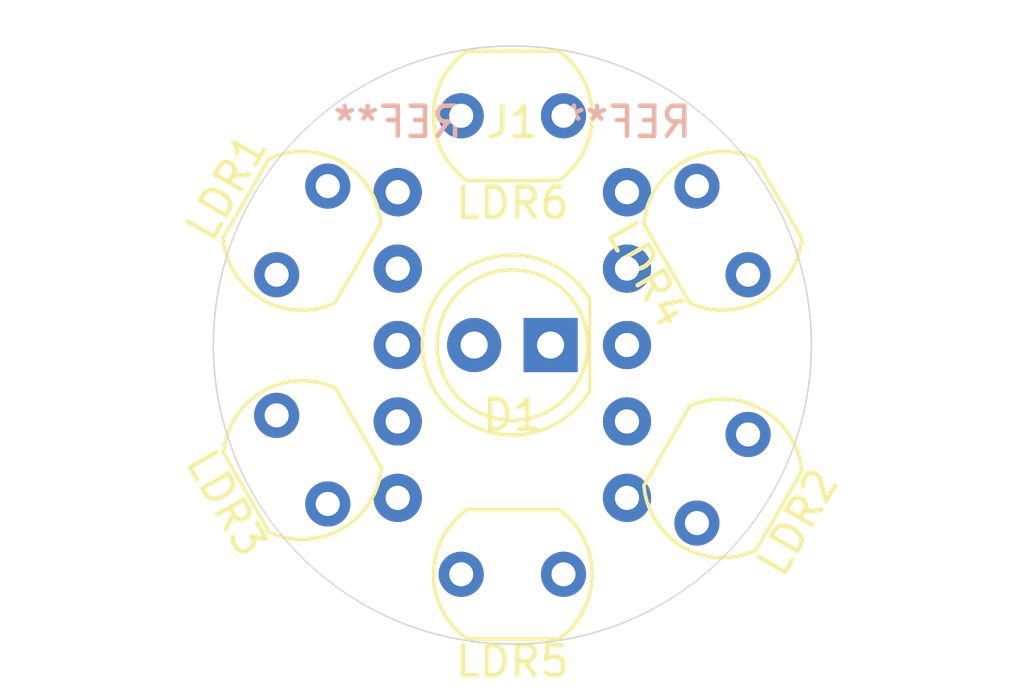
<source format=kicad_pcb>
(kicad_pcb (version 20171130) (host pcbnew "(5.1.4)-1")

  (general
    (thickness 1.6)
    (drawings 1)
    (tracks 0)
    (zones 0)
    (modules 10)
    (nets 10)
  )

  (page A4)
  (layers
    (0 F.Cu signal)
    (31 B.Cu signal)
    (32 B.Adhes user)
    (33 F.Adhes user)
    (34 B.Paste user)
    (35 F.Paste user)
    (36 B.SilkS user)
    (37 F.SilkS user)
    (38 B.Mask user)
    (39 F.Mask user)
    (40 Dwgs.User user)
    (41 Cmts.User user)
    (42 Eco1.User user)
    (43 Eco2.User user)
    (44 Edge.Cuts user)
    (45 Margin user)
    (46 B.CrtYd user)
    (47 F.CrtYd user)
    (48 B.Fab user)
    (49 F.Fab user)
  )

  (setup
    (last_trace_width 0.25)
    (trace_clearance 0.2)
    (zone_clearance 0.508)
    (zone_45_only no)
    (trace_min 0.2)
    (via_size 0.8)
    (via_drill 0.4)
    (via_min_size 0.4)
    (via_min_drill 0.3)
    (uvia_size 0.3)
    (uvia_drill 0.1)
    (uvias_allowed no)
    (uvia_min_size 0.2)
    (uvia_min_drill 0.1)
    (edge_width 0.05)
    (segment_width 0.2)
    (pcb_text_width 0.3)
    (pcb_text_size 1.5 1.5)
    (mod_edge_width 0.12)
    (mod_text_size 1 1)
    (mod_text_width 0.15)
    (pad_size 1.524 1.524)
    (pad_drill 0.762)
    (pad_to_mask_clearance 0.051)
    (solder_mask_min_width 0.25)
    (aux_axis_origin 0 0)
    (visible_elements 7FFFFFFF)
    (pcbplotparams
      (layerselection 0x010fc_ffffffff)
      (usegerberextensions false)
      (usegerberattributes false)
      (usegerberadvancedattributes false)
      (creategerberjobfile false)
      (excludeedgelayer true)
      (linewidth 0.100000)
      (plotframeref false)
      (viasonmask false)
      (mode 1)
      (useauxorigin false)
      (hpglpennumber 1)
      (hpglpenspeed 20)
      (hpglpendiameter 15.000000)
      (psnegative false)
      (psa4output false)
      (plotreference true)
      (plotvalue true)
      (plotinvisibletext false)
      (padsonsilk false)
      (subtractmaskfromsilk false)
      (outputformat 1)
      (mirror false)
      (drillshape 1)
      (scaleselection 1)
      (outputdirectory ""))
  )

  (net 0 "")
  (net 1 PM_1)
  (net 2 PM_5)
  (net 3 PM_2)
  (net 4 PM_6)
  (net 5 PM_3)
  (net 6 PM_7)
  (net 7 PM_4_9)
  (net 8 PM_8)
  (net 9 PM_10)

  (net_class Default "This is the default net class."
    (clearance 0.2)
    (trace_width 0.25)
    (via_dia 0.8)
    (via_drill 0.4)
    (uvia_dia 0.3)
    (uvia_drill 0.1)
    (add_net PM_1)
    (add_net PM_10)
    (add_net PM_2)
    (add_net PM_3)
    (add_net PM_4_9)
    (add_net PM_5)
    (add_net PM_6)
    (add_net PM_7)
    (add_net PM_8)
  )

  (module Connectors_Pin_Headers_2.54_THT:PinHeader_1x05_P2.54mm_Vertical (layer B.Cu) (tedit 5D8F5108) (tstamp 5D8CA9FC)
    (at 166.37 88.9 180)
    (descr "Through hole straight pin header, 1x05, 2.54mm pitch, single row")
    (tags "Through hole pin header THT 1x05 2.54mm single row")
    (fp_text reference REF** (at 0 2.33 180) (layer B.SilkS)
      (effects (font (size 1 1) (thickness 0.15)) (justify mirror))
    )
    (fp_text value PinHeader_1x05_P2.54mm_Vertical (at 0 -12.49 180) (layer B.Fab)
      (effects (font (size 1 1) (thickness 0.15)) (justify mirror))
    )
    (fp_text user %R (at 0 -5.08 90) (layer B.Fab)
      (effects (font (size 1 1) (thickness 0.15)) (justify mirror))
    )
    (fp_line (start 1.8 1.8) (end -1.8 1.8) (layer B.CrtYd) (width 0.05))
    (fp_line (start 1.8 -11.95) (end 1.8 1.8) (layer B.CrtYd) (width 0.05))
    (fp_line (start -1.8 -11.95) (end 1.8 -11.95) (layer B.CrtYd) (width 0.05))
    (fp_line (start -1.8 1.8) (end -1.8 -11.95) (layer B.CrtYd) (width 0.05))
    (fp_line (start -1.27 0.635) (end -0.635 1.27) (layer B.Fab) (width 0.1))
    (fp_line (start -1.27 -11.43) (end -1.27 0.635) (layer B.Fab) (width 0.1))
    (fp_line (start 1.27 -11.43) (end -1.27 -11.43) (layer B.Fab) (width 0.1))
    (fp_line (start 1.27 1.27) (end 1.27 -11.43) (layer B.Fab) (width 0.1))
    (fp_line (start -0.635 1.27) (end 1.27 1.27) (layer B.Fab) (width 0.1))
    (pad 5 thru_hole circle (at 0 -10.16 180) (size 1.6 1.6) (drill 0.8) (layers *.Cu *.Mask))
    (pad 4 thru_hole circle (at 0 -7.62 180) (size 1.6 1.6) (drill 0.8) (layers *.Cu *.Mask))
    (pad 3 thru_hole circle (at 0 -5.08 180) (size 1.6 1.6) (drill 0.8) (layers *.Cu *.Mask))
    (pad 2 thru_hole circle (at 0 -2.54 180) (size 1.6 1.6) (drill 0.8) (layers *.Cu *.Mask))
    (pad 1 thru_hole circle (at 0 0 180) (size 1.6 1.6) (drill 0.8) (layers *.Cu *.Mask))
    (model ${LIB_MODULES}/Connectors_Pin_Headers_2.54_THT.pretty/PinHeader_1x05_P2.54mm_Vertical.step
      (at (xyz 0 0 0))
      (scale (xyz 1 1 1))
      (rotate (xyz 0 0 0))
    )
  )

  (module Connectors_Pin_Headers_2.54_THT:PinHeader_1x05_P2.54mm_Vertical (layer B.Cu) (tedit 5D8F50DE) (tstamp 5D8CA8FC)
    (at 158.75 88.9 180)
    (descr "Through hole straight pin header, 1x05, 2.54mm pitch, single row")
    (tags "Through hole pin header THT 1x05 2.54mm single row")
    (fp_text reference REF** (at 0 2.33 180) (layer B.SilkS)
      (effects (font (size 1 1) (thickness 0.15)) (justify mirror))
    )
    (fp_text value PinHeader_1x05_P2.54mm_Vertical (at 0 -12.49 180) (layer B.Fab)
      (effects (font (size 1 1) (thickness 0.15)) (justify mirror))
    )
    (fp_line (start -0.635 1.27) (end 1.27 1.27) (layer B.Fab) (width 0.1))
    (fp_line (start 1.27 1.27) (end 1.27 -11.43) (layer B.Fab) (width 0.1))
    (fp_line (start 1.27 -11.43) (end -1.27 -11.43) (layer B.Fab) (width 0.1))
    (fp_line (start -1.27 -11.43) (end -1.27 0.635) (layer B.Fab) (width 0.1))
    (fp_line (start -1.27 0.635) (end -0.635 1.27) (layer B.Fab) (width 0.1))
    (fp_line (start -1.8 1.8) (end -1.8 -11.95) (layer B.CrtYd) (width 0.05))
    (fp_line (start -1.8 -11.95) (end 1.8 -11.95) (layer B.CrtYd) (width 0.05))
    (fp_line (start 1.8 -11.95) (end 1.8 1.8) (layer B.CrtYd) (width 0.05))
    (fp_line (start 1.8 1.8) (end -1.8 1.8) (layer B.CrtYd) (width 0.05))
    (fp_text user %R (at 0 -5.08 90) (layer B.Fab)
      (effects (font (size 1 1) (thickness 0.15)) (justify mirror))
    )
    (pad 1 thru_hole circle (at 0 0 180) (size 1.6 1.6) (drill 0.8) (layers *.Cu *.Mask))
    (pad 2 thru_hole circle (at 0 -2.54 180) (size 1.6 1.6) (drill 0.8) (layers *.Cu *.Mask))
    (pad 3 thru_hole circle (at 0 -5.08 180) (size 1.6 1.6) (drill 0.8) (layers *.Cu *.Mask))
    (pad 4 thru_hole circle (at 0 -7.62 180) (size 1.6 1.6) (drill 0.8) (layers *.Cu *.Mask))
    (pad 5 thru_hole circle (at 0 -10.16 180) (size 1.6 1.6) (drill 0.8) (layers *.Cu *.Mask))
    (model ${LIB_MODULES}/Connectors_Pin_Headers_2.54_THT.pretty/PinHeader_1x05_P2.54mm_Vertical.step
      (at (xyz 0 0 0))
      (scale (xyz 1 1 1))
      (rotate (xyz 0 0 0))
    )
  )

  (module Various:Photomodule (layer F.Cu) (tedit 5D8F50AE) (tstamp 5D8BFD01)
    (at 162.56 92.71)
    (path /5D8BEF8D)
    (fp_text reference J1 (at 0 -6.14) (layer F.SilkS)
      (effects (font (size 1 1) (thickness 0.15)))
    )
    (fp_text value DIP_10 (at 0 6.14) (layer F.Fab)
      (effects (font (size 1 1) (thickness 0.15)))
    )
    (fp_text user %R (at 0 0) (layer F.Fab)
      (effects (font (size 1 1) (thickness 0.15)))
    )
    (fp_line (start 5.29 -5.36) (end -5.26 -5.36) (layer F.CrtYd) (width 0.05))
    (fp_line (start 5.29 8) (end 5.29 -5.36) (layer F.CrtYd) (width 0.05))
    (fp_line (start -5.26 8) (end 5.29 8) (layer F.CrtYd) (width 0.05))
    (fp_line (start -5.26 -5.36) (end -5.26 8) (layer F.CrtYd) (width 0.05))
    (fp_line (start -3.175 -4.08) (end -2.175 -5.08) (layer F.Fab) (width 0.1))
    (fp_line (start -3.175 5.08) (end -3.175 -4.08) (layer F.Fab) (width 0.1))
    (fp_line (start 3.175 5.08) (end -3.175 5.08) (layer F.Fab) (width 0.1))
    (fp_line (start 3.175 -5.08) (end 3.175 5.08) (layer F.Fab) (width 0.1))
    (fp_line (start -2.175 -5.08) (end 3.175 -5.08) (layer F.Fab) (width 0.1))
    (pad 6 thru_hole circle (at 3.81 6.35) (size 1.6 1.6) (drill 0.8) (layers *.Cu *.Mask)
      (net 4 PM_6))
    (pad 5 thru_hole circle (at -3.81 6.35) (size 1.6 1.6) (drill 0.8) (layers *.Cu *.Mask)
      (net 2 PM_5))
    (pad 10 thru_hole circle (at 3.81 -3.81) (size 1.6 1.6) (drill 0.8) (layers *.Cu *.Mask)
      (net 9 PM_10))
    (pad 4 thru_hole circle (at -3.81 3.81) (size 1.6 1.6) (drill 0.8) (layers *.Cu *.Mask)
      (net 7 PM_4_9))
    (pad 9 thru_hole circle (at 3.81 -1.27) (size 1.6 1.6) (drill 0.8) (layers *.Cu *.Mask)
      (net 7 PM_4_9))
    (pad 3 thru_hole circle (at -3.81 1.27) (size 1.6 1.6) (drill 0.8) (layers *.Cu *.Mask)
      (net 5 PM_3))
    (pad 8 thru_hole circle (at 3.81 1.27) (size 1.6 1.6) (drill 0.8) (layers *.Cu *.Mask)
      (net 8 PM_8))
    (pad 2 thru_hole circle (at -3.81 -1.27) (size 1.6 1.6) (drill 0.8) (layers *.Cu *.Mask)
      (net 3 PM_2))
    (pad 7 thru_hole circle (at 3.81 3.81) (size 1.6 1.6) (drill 0.8) (layers *.Cu *.Mask)
      (net 6 PM_7))
    (pad 1 thru_hole circle (at -3.81 -3.81) (size 1.6 1.6) (drill 0.8) (layers *.Cu *.Mask)
      (net 1 PM_1))
  )

  (module SA_LED_THT:LED_D5.0mm_Yellow (layer F.Cu) (tedit 5C8F6D9F) (tstamp 5D8C8806)
    (at 162.56 93.98 180)
    (descr "LED, diameter 5.0mm, 2 pins, http://cdn-reichelt.de/documents/datenblatt/A500/LL-504BC2E-009.pdf")
    (tags "LED diameter 5.0mm 2 pins")
    (path /5D8CB6A1)
    (fp_text reference D1 (at 0 -2.326371) (layer F.SilkS)
      (effects (font (size 1 1) (thickness 0.15)))
    )
    (fp_text value LED_ALT (at 0 3.215371) (layer F.Fab)
      (effects (font (size 1 1) (thickness 0.15)))
    )
    (fp_text user %R (at 0 -2.326371) (layer F.Fab)
      (effects (font (size 1 1) (thickness 0.15)))
    )
    (fp_line (start 3.23 -3.25) (end -3.22 -3.25) (layer F.CrtYd) (width 0.05))
    (fp_line (start 3.23 3.25) (end 3.23 -3.25) (layer F.CrtYd) (width 0.05))
    (fp_line (start -3.22 3.25) (end 3.23 3.25) (layer F.CrtYd) (width 0.05))
    (fp_line (start -3.22 -3.25) (end -3.22 3.25) (layer F.CrtYd) (width 0.05))
    (fp_line (start -2.56 -1.545) (end -2.56 1.545) (layer F.SilkS) (width 0.12))
    (fp_line (start -2.5 -1.469694) (end -2.5 1.469694) (layer F.Fab) (width 0.1))
    (fp_circle (center 0 0) (end 2.5 0) (layer F.SilkS) (width 0.12))
    (fp_circle (center 0 0) (end 2.5 0) (layer F.Fab) (width 0.1))
    (fp_arc (start 0 0) (end -2.56 1.54483) (angle -148.9) (layer F.SilkS) (width 0.12))
    (fp_arc (start 0 0) (end -2.56 -1.54483) (angle 148.9) (layer F.SilkS) (width 0.12))
    (fp_arc (start 0 0) (end -2.5 -1.469694) (angle 299.1) (layer F.Fab) (width 0.1))
    (pad 2 thru_hole circle (at 1.27 0 180) (size 1.8 1.8) (drill 0.9) (layers *.Cu *.Mask)
      (net 3 PM_2))
    (pad 1 thru_hole rect (at -1.27 0 180) (size 1.8 1.8) (drill 0.9) (layers *.Cu *.Mask)
      (net 1 PM_1))
    (model "D:/Sync/Sync - Projects/Projects - KiCad/KiCad - Libraries/Libraries - Archive/Archive - Models/Packages/LED_5mm_Yellow.step"
      (at (xyz 0 0 0))
      (scale (xyz 1 1 1))
      (rotate (xyz 0 0 0))
    )
  )

  (module Resistors_LDR_THT:Waitrony_KE-10720 (layer F.Cu) (tedit 5D4C08F5) (tstamp 5D8C8254)
    (at 162.56 86.36 180)
    (path /5D8CA28D)
    (fp_text reference LDR6 (at 0 -2.9) (layer F.SilkS)
      (effects (font (size 1 1) (thickness 0.15)))
    )
    (fp_text value KE-10720 (at -0.2 3) (layer F.Fab)
      (effects (font (size 1 1) (thickness 0.15)))
    )
    (fp_text user %R (at 0 -2.9) (layer F.Fab)
      (effects (font (size 1 1) (thickness 0.15)))
    )
    (fp_line (start -1.55 2.15) (end 1.5 2.15) (layer F.SilkS) (width 0.12))
    (fp_line (start -1.55 -2.15) (end 1.5 -2.15) (layer F.SilkS) (width 0.12))
    (fp_line (start -0.7 0) (end 0.6 0) (layer F.Fab) (width 0.1))
    (fp_line (start 0.6 0) (end 0.6 -0.6) (layer F.Fab) (width 0.1))
    (fp_line (start 0.6 -0.6) (end -0.9 -0.6) (layer F.Fab) (width 0.1))
    (fp_line (start 0.9 0.6) (end -0.7 0.6) (layer F.Fab) (width 0.1))
    (fp_line (start -0.9 -1.8) (end 0.9 -1.8) (layer F.Fab) (width 0.1))
    (fp_line (start 0.9 -1.8) (end 0.9 -1.2) (layer F.Fab) (width 0.1))
    (fp_line (start 0.9 -1.2) (end -0.9 -1.2) (layer F.Fab) (width 0.1))
    (fp_line (start -0.9 -1.2) (end -0.9 -0.6) (layer F.Fab) (width 0.1))
    (fp_line (start -0.7 0) (end -0.7 0.6) (layer F.Fab) (width 0.1))
    (fp_line (start 0.9 0.6) (end 0.9 1.2) (layer F.Fab) (width 0.1))
    (fp_line (start 0.9 1.2) (end -0.9 1.2) (layer F.Fab) (width 0.1))
    (fp_line (start -0.9 1.2) (end -0.9 1.8) (layer F.Fab) (width 0.1))
    (fp_line (start -0.9 1.8) (end 0.9 1.8) (layer F.Fab) (width 0.1))
    (fp_line (start 1.5 2.1) (end -1.5 2.1) (layer F.Fab) (width 0.1))
    (fp_line (start -1.5 -2.1) (end 1.5 -2.1) (layer F.Fab) (width 0.1))
    (fp_line (start -2.83 -2.35) (end 2.83 -2.35) (layer F.CrtYd) (width 0.05))
    (fp_line (start -2.83 -2.35) (end -2.83 2.35) (layer F.CrtYd) (width 0.05))
    (fp_line (start 2.83 2.35) (end 2.83 -2.35) (layer F.CrtYd) (width 0.05))
    (fp_line (start 2.83 2.35) (end -2.83 2.35) (layer F.CrtYd) (width 0.05))
    (fp_arc (start 0 0) (end -1.55 2.15) (angle 109) (layer F.SilkS) (width 0.12))
    (fp_arc (start 0 0) (end 1.5 -2.15) (angle 109) (layer F.SilkS) (width 0.12))
    (fp_arc (start 0 0) (end 1.5 -2.1) (angle 109) (layer F.Fab) (width 0.1))
    (fp_arc (start 0 0) (end -1.5 2.1) (angle 109) (layer F.Fab) (width 0.1))
    (pad 1 thru_hole circle (at -1.7 0 180) (size 1.5 1.5) (drill 0.8) (layers *.Cu *.Mask)
      (net 9 PM_10))
    (pad 2 thru_hole circle (at 1.7 0 180) (size 1.5 1.5) (drill 0.8) (layers *.Cu *.Mask)
      (net 7 PM_4_9))
    (model "D:/Sync/Sync - Projects/Projects - FreeCad/FreeCad - Designs/Waitrony KE-10720/Waitrony KE-10720 Angled.step"
      (at (xyz 0 0 0))
      (scale (xyz 1 1 1))
      (rotate (xyz 0 0 0))
    )
  )

  (module Resistors_LDR_THT:Waitrony_KE-10720 (layer F.Cu) (tedit 5D4C08F5) (tstamp 5D8C8234)
    (at 162.56 101.6 180)
    (path /5D8C9610)
    (fp_text reference LDR5 (at 0 -2.9) (layer F.SilkS)
      (effects (font (size 1 1) (thickness 0.15)))
    )
    (fp_text value KE-10720 (at -0.2 3) (layer F.Fab)
      (effects (font (size 1 1) (thickness 0.15)))
    )
    (fp_text user %R (at 0 -2.9) (layer F.Fab)
      (effects (font (size 1 1) (thickness 0.15)))
    )
    (fp_line (start -1.55 2.15) (end 1.5 2.15) (layer F.SilkS) (width 0.12))
    (fp_line (start -1.55 -2.15) (end 1.5 -2.15) (layer F.SilkS) (width 0.12))
    (fp_line (start -0.7 0) (end 0.6 0) (layer F.Fab) (width 0.1))
    (fp_line (start 0.6 0) (end 0.6 -0.6) (layer F.Fab) (width 0.1))
    (fp_line (start 0.6 -0.6) (end -0.9 -0.6) (layer F.Fab) (width 0.1))
    (fp_line (start 0.9 0.6) (end -0.7 0.6) (layer F.Fab) (width 0.1))
    (fp_line (start -0.9 -1.8) (end 0.9 -1.8) (layer F.Fab) (width 0.1))
    (fp_line (start 0.9 -1.8) (end 0.9 -1.2) (layer F.Fab) (width 0.1))
    (fp_line (start 0.9 -1.2) (end -0.9 -1.2) (layer F.Fab) (width 0.1))
    (fp_line (start -0.9 -1.2) (end -0.9 -0.6) (layer F.Fab) (width 0.1))
    (fp_line (start -0.7 0) (end -0.7 0.6) (layer F.Fab) (width 0.1))
    (fp_line (start 0.9 0.6) (end 0.9 1.2) (layer F.Fab) (width 0.1))
    (fp_line (start 0.9 1.2) (end -0.9 1.2) (layer F.Fab) (width 0.1))
    (fp_line (start -0.9 1.2) (end -0.9 1.8) (layer F.Fab) (width 0.1))
    (fp_line (start -0.9 1.8) (end 0.9 1.8) (layer F.Fab) (width 0.1))
    (fp_line (start 1.5 2.1) (end -1.5 2.1) (layer F.Fab) (width 0.1))
    (fp_line (start -1.5 -2.1) (end 1.5 -2.1) (layer F.Fab) (width 0.1))
    (fp_line (start -2.83 -2.35) (end 2.83 -2.35) (layer F.CrtYd) (width 0.05))
    (fp_line (start -2.83 -2.35) (end -2.83 2.35) (layer F.CrtYd) (width 0.05))
    (fp_line (start 2.83 2.35) (end 2.83 -2.35) (layer F.CrtYd) (width 0.05))
    (fp_line (start 2.83 2.35) (end -2.83 2.35) (layer F.CrtYd) (width 0.05))
    (fp_arc (start 0 0) (end -1.55 2.15) (angle 109) (layer F.SilkS) (width 0.12))
    (fp_arc (start 0 0) (end 1.5 -2.15) (angle 109) (layer F.SilkS) (width 0.12))
    (fp_arc (start 0 0) (end 1.5 -2.1) (angle 109) (layer F.Fab) (width 0.1))
    (fp_arc (start 0 0) (end -1.5 2.1) (angle 109) (layer F.Fab) (width 0.1))
    (pad 1 thru_hole circle (at -1.7 0 180) (size 1.5 1.5) (drill 0.8) (layers *.Cu *.Mask)
      (net 4 PM_6))
    (pad 2 thru_hole circle (at 1.7 0 180) (size 1.5 1.5) (drill 0.8) (layers *.Cu *.Mask)
      (net 7 PM_4_9))
    (model "D:/Sync/Sync - Projects/Projects - FreeCad/FreeCad - Designs/Waitrony KE-10720/Waitrony KE-10720 Angled.step"
      (at (xyz 0 0 0))
      (scale (xyz 1 1 1))
      (rotate (xyz 0 0 180))
    )
  )

  (module Resistors_LDR_THT:Waitrony_KE-10720 (layer F.Cu) (tedit 5D4C08F5) (tstamp 5D8C8214)
    (at 169.545 90.17 120)
    (path /5D8CA282)
    (fp_text reference LDR4 (at 0 -2.9 120) (layer F.SilkS)
      (effects (font (size 1 1) (thickness 0.15)))
    )
    (fp_text value KE-10720 (at -0.2 3 120) (layer F.Fab)
      (effects (font (size 1 1) (thickness 0.15)))
    )
    (fp_text user %R (at 0 -2.9 120) (layer F.Fab)
      (effects (font (size 1 1) (thickness 0.15)))
    )
    (fp_line (start -1.55 2.15) (end 1.5 2.15) (layer F.SilkS) (width 0.12))
    (fp_line (start -1.55 -2.15) (end 1.5 -2.15) (layer F.SilkS) (width 0.12))
    (fp_line (start -0.7 0) (end 0.6 0) (layer F.Fab) (width 0.1))
    (fp_line (start 0.6 0) (end 0.6 -0.6) (layer F.Fab) (width 0.1))
    (fp_line (start 0.6 -0.6) (end -0.9 -0.6) (layer F.Fab) (width 0.1))
    (fp_line (start 0.9 0.6) (end -0.7 0.6) (layer F.Fab) (width 0.1))
    (fp_line (start -0.9 -1.8) (end 0.9 -1.8) (layer F.Fab) (width 0.1))
    (fp_line (start 0.9 -1.8) (end 0.9 -1.2) (layer F.Fab) (width 0.1))
    (fp_line (start 0.9 -1.2) (end -0.9 -1.2) (layer F.Fab) (width 0.1))
    (fp_line (start -0.9 -1.2) (end -0.9 -0.6) (layer F.Fab) (width 0.1))
    (fp_line (start -0.7 0) (end -0.7 0.6) (layer F.Fab) (width 0.1))
    (fp_line (start 0.9 0.6) (end 0.9 1.2) (layer F.Fab) (width 0.1))
    (fp_line (start 0.9 1.2) (end -0.9 1.2) (layer F.Fab) (width 0.1))
    (fp_line (start -0.9 1.2) (end -0.9 1.8) (layer F.Fab) (width 0.1))
    (fp_line (start -0.9 1.8) (end 0.9 1.8) (layer F.Fab) (width 0.1))
    (fp_line (start 1.5 2.1) (end -1.5 2.1) (layer F.Fab) (width 0.1))
    (fp_line (start -1.5 -2.1) (end 1.5 -2.1) (layer F.Fab) (width 0.1))
    (fp_line (start -2.83 -2.35) (end 2.83 -2.35) (layer F.CrtYd) (width 0.05))
    (fp_line (start -2.83 -2.35) (end -2.83 2.35) (layer F.CrtYd) (width 0.05))
    (fp_line (start 2.83 2.35) (end 2.83 -2.35) (layer F.CrtYd) (width 0.05))
    (fp_line (start 2.83 2.35) (end -2.83 2.35) (layer F.CrtYd) (width 0.05))
    (fp_arc (start 0 0) (end -1.55 2.15) (angle 109) (layer F.SilkS) (width 0.12))
    (fp_arc (start 0 0) (end 1.5 -2.15) (angle 109) (layer F.SilkS) (width 0.12))
    (fp_arc (start 0 0) (end 1.5 -2.1) (angle 109) (layer F.Fab) (width 0.1))
    (fp_arc (start 0 0) (end -1.5 2.1) (angle 109) (layer F.Fab) (width 0.1))
    (pad 1 thru_hole circle (at -1.7 0 120) (size 1.5 1.5) (drill 0.8) (layers *.Cu *.Mask)
      (net 8 PM_8))
    (pad 2 thru_hole circle (at 1.7 0 120) (size 1.5 1.5) (drill 0.8) (layers *.Cu *.Mask)
      (net 7 PM_4_9))
    (model "D:/Sync/Sync - Projects/Projects - FreeCad/FreeCad - Designs/Waitrony KE-10720/Waitrony KE-10720 Angled.step"
      (at (xyz 0 0 0))
      (scale (xyz 1 1 1))
      (rotate (xyz 0 0 0))
    )
  )

  (module Resistors_LDR_THT:Waitrony_KE-10720 (layer F.Cu) (tedit 5D4C08F5) (tstamp 5D8C81F4)
    (at 155.575 97.79 120)
    (path /5D8C909F)
    (fp_text reference LDR3 (at 0 -2.9 120) (layer F.SilkS)
      (effects (font (size 1 1) (thickness 0.15)))
    )
    (fp_text value KE-10720 (at -0.2 3 120) (layer F.Fab)
      (effects (font (size 1 1) (thickness 0.15)))
    )
    (fp_text user %R (at 0 -2.9 120) (layer F.Fab)
      (effects (font (size 1 1) (thickness 0.15)))
    )
    (fp_line (start -1.55 2.15) (end 1.5 2.15) (layer F.SilkS) (width 0.12))
    (fp_line (start -1.55 -2.15) (end 1.5 -2.15) (layer F.SilkS) (width 0.12))
    (fp_line (start -0.7 0) (end 0.6 0) (layer F.Fab) (width 0.1))
    (fp_line (start 0.6 0) (end 0.6 -0.6) (layer F.Fab) (width 0.1))
    (fp_line (start 0.6 -0.6) (end -0.9 -0.6) (layer F.Fab) (width 0.1))
    (fp_line (start 0.9 0.6) (end -0.7 0.6) (layer F.Fab) (width 0.1))
    (fp_line (start -0.9 -1.8) (end 0.9 -1.8) (layer F.Fab) (width 0.1))
    (fp_line (start 0.9 -1.8) (end 0.9 -1.2) (layer F.Fab) (width 0.1))
    (fp_line (start 0.9 -1.2) (end -0.9 -1.2) (layer F.Fab) (width 0.1))
    (fp_line (start -0.9 -1.2) (end -0.9 -0.6) (layer F.Fab) (width 0.1))
    (fp_line (start -0.7 0) (end -0.7 0.6) (layer F.Fab) (width 0.1))
    (fp_line (start 0.9 0.6) (end 0.9 1.2) (layer F.Fab) (width 0.1))
    (fp_line (start 0.9 1.2) (end -0.9 1.2) (layer F.Fab) (width 0.1))
    (fp_line (start -0.9 1.2) (end -0.9 1.8) (layer F.Fab) (width 0.1))
    (fp_line (start -0.9 1.8) (end 0.9 1.8) (layer F.Fab) (width 0.1))
    (fp_line (start 1.5 2.1) (end -1.5 2.1) (layer F.Fab) (width 0.1))
    (fp_line (start -1.5 -2.1) (end 1.5 -2.1) (layer F.Fab) (width 0.1))
    (fp_line (start -2.83 -2.35) (end 2.83 -2.35) (layer F.CrtYd) (width 0.05))
    (fp_line (start -2.83 -2.35) (end -2.83 2.35) (layer F.CrtYd) (width 0.05))
    (fp_line (start 2.83 2.35) (end 2.83 -2.35) (layer F.CrtYd) (width 0.05))
    (fp_line (start 2.83 2.35) (end -2.83 2.35) (layer F.CrtYd) (width 0.05))
    (fp_arc (start 0 0) (end -1.55 2.15) (angle 109) (layer F.SilkS) (width 0.12))
    (fp_arc (start 0 0) (end 1.5 -2.15) (angle 109) (layer F.SilkS) (width 0.12))
    (fp_arc (start 0 0) (end 1.5 -2.1) (angle 109) (layer F.Fab) (width 0.1))
    (fp_arc (start 0 0) (end -1.5 2.1) (angle 109) (layer F.Fab) (width 0.1))
    (pad 1 thru_hole circle (at -1.7 0 120) (size 1.5 1.5) (drill 0.8) (layers *.Cu *.Mask)
      (net 2 PM_5))
    (pad 2 thru_hole circle (at 1.7 0 120) (size 1.5 1.5) (drill 0.8) (layers *.Cu *.Mask)
      (net 7 PM_4_9))
    (model "D:/Sync/Sync - Projects/Projects - FreeCad/FreeCad - Designs/Waitrony KE-10720/Waitrony KE-10720 Angled.step"
      (at (xyz 0 0 0))
      (scale (xyz 1 1 1))
      (rotate (xyz 0 0 180))
    )
  )

  (module Resistors_LDR_THT:Waitrony_KE-10720 (layer F.Cu) (tedit 5D4C08F5) (tstamp 5D8C81D4)
    (at 169.545 98.425 240)
    (path /5D8C961B)
    (fp_text reference LDR2 (at 0 -2.9 60) (layer F.SilkS)
      (effects (font (size 1 1) (thickness 0.15)))
    )
    (fp_text value KE-10720 (at -0.2 3 60) (layer F.Fab)
      (effects (font (size 1 1) (thickness 0.15)))
    )
    (fp_text user %R (at 0 -2.9 60) (layer F.Fab)
      (effects (font (size 1 1) (thickness 0.15)))
    )
    (fp_line (start -1.55 2.15) (end 1.5 2.15) (layer F.SilkS) (width 0.12))
    (fp_line (start -1.55 -2.15) (end 1.5 -2.15) (layer F.SilkS) (width 0.12))
    (fp_line (start -0.7 0) (end 0.6 0) (layer F.Fab) (width 0.1))
    (fp_line (start 0.6 0) (end 0.6 -0.6) (layer F.Fab) (width 0.1))
    (fp_line (start 0.6 -0.6) (end -0.9 -0.6) (layer F.Fab) (width 0.1))
    (fp_line (start 0.9 0.6) (end -0.7 0.6) (layer F.Fab) (width 0.1))
    (fp_line (start -0.9 -1.8) (end 0.9 -1.8) (layer F.Fab) (width 0.1))
    (fp_line (start 0.9 -1.8) (end 0.9 -1.2) (layer F.Fab) (width 0.1))
    (fp_line (start 0.9 -1.2) (end -0.9 -1.2) (layer F.Fab) (width 0.1))
    (fp_line (start -0.9 -1.2) (end -0.9 -0.6) (layer F.Fab) (width 0.1))
    (fp_line (start -0.7 0) (end -0.7 0.6) (layer F.Fab) (width 0.1))
    (fp_line (start 0.9 0.6) (end 0.9 1.2) (layer F.Fab) (width 0.1))
    (fp_line (start 0.9 1.2) (end -0.9 1.2) (layer F.Fab) (width 0.1))
    (fp_line (start -0.9 1.2) (end -0.9 1.8) (layer F.Fab) (width 0.1))
    (fp_line (start -0.9 1.8) (end 0.9 1.8) (layer F.Fab) (width 0.1))
    (fp_line (start 1.5 2.1) (end -1.5 2.1) (layer F.Fab) (width 0.1))
    (fp_line (start -1.5 -2.1) (end 1.5 -2.1) (layer F.Fab) (width 0.1))
    (fp_line (start -2.83 -2.35) (end 2.83 -2.35) (layer F.CrtYd) (width 0.05))
    (fp_line (start -2.83 -2.35) (end -2.83 2.35) (layer F.CrtYd) (width 0.05))
    (fp_line (start 2.83 2.35) (end 2.83 -2.35) (layer F.CrtYd) (width 0.05))
    (fp_line (start 2.83 2.35) (end -2.83 2.35) (layer F.CrtYd) (width 0.05))
    (fp_arc (start 0 0) (end -1.55 2.15) (angle 109) (layer F.SilkS) (width 0.12))
    (fp_arc (start 0 0) (end 1.5 -2.15) (angle 109) (layer F.SilkS) (width 0.12))
    (fp_arc (start 0 0) (end 1.5 -2.1) (angle 109) (layer F.Fab) (width 0.1))
    (fp_arc (start 0 0) (end -1.5 2.1) (angle 109) (layer F.Fab) (width 0.1))
    (pad 1 thru_hole circle (at -1.7 0 240) (size 1.5 1.5) (drill 0.8) (layers *.Cu *.Mask)
      (net 6 PM_7))
    (pad 2 thru_hole circle (at 1.7 0 240) (size 1.5 1.5) (drill 0.8) (layers *.Cu *.Mask)
      (net 7 PM_4_9))
    (model "D:/Sync/Sync - Projects/Projects - FreeCad/FreeCad - Designs/Waitrony KE-10720/Waitrony KE-10720 Angled.step"
      (at (xyz 0 0 0))
      (scale (xyz 1 1 1))
      (rotate (xyz 0 0 180))
    )
  )

  (module Resistors_LDR_THT:Waitrony_KE-10720 (layer F.Cu) (tedit 5D4C08F5) (tstamp 5D8C81B4)
    (at 155.575 90.17 60)
    (path /5D8C8084)
    (fp_text reference LDR1 (at 0 -2.9 60) (layer F.SilkS)
      (effects (font (size 1 1) (thickness 0.15)))
    )
    (fp_text value KE-10720 (at -0.2 3 60) (layer F.Fab)
      (effects (font (size 1 1) (thickness 0.15)))
    )
    (fp_text user %R (at 0 -2.9 60) (layer F.Fab)
      (effects (font (size 1 1) (thickness 0.15)))
    )
    (fp_line (start -1.55 2.15) (end 1.5 2.15) (layer F.SilkS) (width 0.12))
    (fp_line (start -1.55 -2.15) (end 1.5 -2.15) (layer F.SilkS) (width 0.12))
    (fp_line (start -0.7 0) (end 0.6 0) (layer F.Fab) (width 0.1))
    (fp_line (start 0.6 0) (end 0.6 -0.6) (layer F.Fab) (width 0.1))
    (fp_line (start 0.6 -0.6) (end -0.9 -0.6) (layer F.Fab) (width 0.1))
    (fp_line (start 0.9 0.6) (end -0.7 0.6) (layer F.Fab) (width 0.1))
    (fp_line (start -0.9 -1.8) (end 0.9 -1.8) (layer F.Fab) (width 0.1))
    (fp_line (start 0.9 -1.8) (end 0.9 -1.2) (layer F.Fab) (width 0.1))
    (fp_line (start 0.9 -1.2) (end -0.9 -1.2) (layer F.Fab) (width 0.1))
    (fp_line (start -0.9 -1.2) (end -0.9 -0.6) (layer F.Fab) (width 0.1))
    (fp_line (start -0.7 0) (end -0.7 0.6) (layer F.Fab) (width 0.1))
    (fp_line (start 0.9 0.6) (end 0.9 1.2) (layer F.Fab) (width 0.1))
    (fp_line (start 0.9 1.2) (end -0.9 1.2) (layer F.Fab) (width 0.1))
    (fp_line (start -0.9 1.2) (end -0.9 1.8) (layer F.Fab) (width 0.1))
    (fp_line (start -0.9 1.8) (end 0.9 1.8) (layer F.Fab) (width 0.1))
    (fp_line (start 1.5 2.1) (end -1.5 2.1) (layer F.Fab) (width 0.1))
    (fp_line (start -1.5 -2.1) (end 1.5 -2.1) (layer F.Fab) (width 0.1))
    (fp_line (start -2.83 -2.35) (end 2.83 -2.35) (layer F.CrtYd) (width 0.05))
    (fp_line (start -2.83 -2.35) (end -2.83 2.35) (layer F.CrtYd) (width 0.05))
    (fp_line (start 2.83 2.35) (end 2.83 -2.35) (layer F.CrtYd) (width 0.05))
    (fp_line (start 2.83 2.35) (end -2.83 2.35) (layer F.CrtYd) (width 0.05))
    (fp_arc (start 0 0) (end -1.55 2.15) (angle 109) (layer F.SilkS) (width 0.12))
    (fp_arc (start 0 0) (end 1.5 -2.15) (angle 109) (layer F.SilkS) (width 0.12))
    (fp_arc (start 0 0) (end 1.5 -2.1) (angle 109) (layer F.Fab) (width 0.1))
    (fp_arc (start 0 0) (end -1.5 2.1) (angle 109) (layer F.Fab) (width 0.1))
    (pad 1 thru_hole circle (at -1.7 0 60) (size 1.5 1.5) (drill 0.8) (layers *.Cu *.Mask)
      (net 5 PM_3))
    (pad 2 thru_hole circle (at 1.7 0 60) (size 1.5 1.5) (drill 0.8) (layers *.Cu *.Mask)
      (net 7 PM_4_9))
    (model "D:/Sync/Sync - Projects/Projects - FreeCad/FreeCad - Designs/Waitrony KE-10720/Waitrony KE-10720 Angled.step"
      (at (xyz 0 0 0))
      (scale (xyz 1 1 1))
      (rotate (xyz 0 0 180))
    )
  )

  (gr_circle (center 162.56 93.98) (end 171.45 98.425) (layer Edge.Cuts) (width 0.05))

)

</source>
